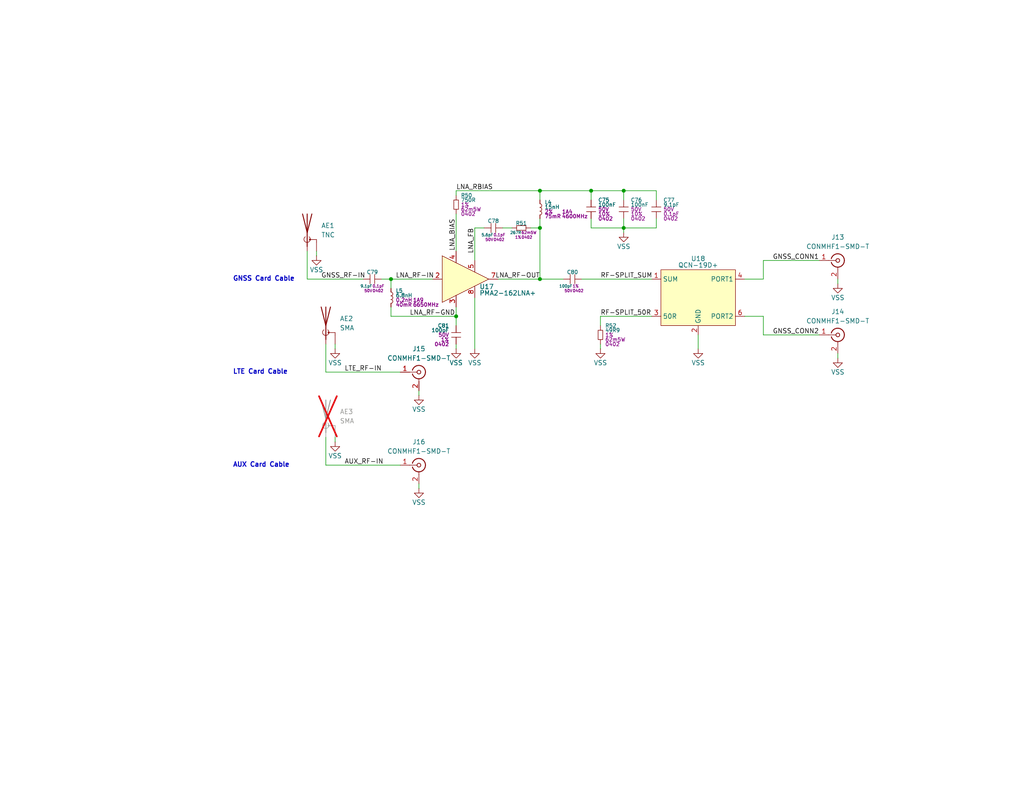
<source format=kicad_sch>
(kicad_sch (version 20250114) (generator "eeschema") (generator_version "9.0")
  (paper "USLetter")
  (title_block (title "RF Interface") (date "2025-03-15") (rev "1") (comment 2 "PROTOTYPE") (comment 3 "2025"))
  (lib_symbols
    (symbol "lib_pwr:VSS" (power) (pin_numbers (hide yes)) (pin_names (offset 0) (hide yes))
      (property "Value" "VSS" (at 0 -3.81 0))
      (symbol "VSS_0_1"
        (polyline (pts (xy 0 0) (xy 0 -1.27) (xy 1.27 -1.27) (xy 0 -2.54) (xy -1.27 -1.27) (xy 0 -1.27)))
      )
      (symbol "VSS_1_1"
        (pin power_in line (at 0 0 270) (length 0) (name "~") (number "1"))
      )
    )
    (symbol "lib_sch:Antenna_Shield" (pin_numbers (hide yes)) (pin_names (offset 1.016) (hide yes))
      (property "Reference" "J?" (at -1.905 4.445 0))
      (property "Value" "Antenna_Shield" (at -1.905 2.54 0))
      (symbol "Antenna_Shield_0_1"
        (arc (start 0 -2.667) (mid -0.8485 -2.1032) (end -0.508 -1.143))
        (polyline (pts (xy 0 5.08) (xy 0 -3.81)) (stroke (width 0.254)))
        (polyline (pts (xy 0 -2.54) (xy 0 0)))
        (arc (start 0.508 -1.143) (mid 0.8046 -2.0885) (end 0 -2.667))
        (polyline (pts (xy 0.762 -1.905) (xy 2.54 -1.905)))
        (circle (center 0.762 -1.905) (radius 0.1778) (fill (type outline)))
        (polyline (pts (xy 1.27 5.08) (xy 0 0) (xy -1.27 5.08)) (stroke (width 0.254)))
        (polyline (pts (xy 2.54 -2.54) (xy 2.54 -1.905)))
      )
      (symbol "Antenna_Shield_1_1"
        (pin input line (at 0 -5.08 90) (length 2.54) (name "A") (number "1"))
        (pin input line (at 2.54 -5.08 90) (length 2.54) (name "Shield") (number "2"))
      )
    )
    (symbol "lib_sch:C" (pin_numbers (hide yes)) (pin_names (hide yes))
      (property "Reference" "C?" (at 1.905 2.54 0))
      (property "Value" "CAP" (at 1.905 1.27 0))
      (property "Tolerance" "TOL" (at 1.905 -1.27 0))
      (property "Voltage Rating" "VOLTAGE" (at 1.905 0 0))
      (property "Package" "PKG" (at 1.905 -2.54 0))
      (symbol "C_0_1"
        (polyline (pts (xy -1.27 0.635) (xy 1.27 0.635)))
        (polyline (pts (xy -1.27 -0.635) (xy 1.27 -0.635)))
      )
      (symbol "C_1_1"
        (pin passive line (at 0 2.54 270) (length 1.905) (name "") (number "1"))
        (pin passive line (at 0 -2.54 90) (length 1.905) (name "") (number "2"))
      )
    )
    (symbol "lib_sch:C_horizontal"
      (property "Reference" "C?" (at 0 1.905 0))
      (property "Value" "CAP" (at 0 -1.905 0))
      (property "Tolerance" "TOL" (at 0 -1.905 0))
      (property "Voltage Rating" "VOLT" (at 0 -3.175 0))
      (property "Package" "PKG" (at 0 -3.175 0))
      (symbol "C_horizontal_0_1"
        (polyline (pts (xy -0.635 -1.27) (xy -0.635 1.27)))
        (polyline (pts (xy 0.635 -1.27) (xy 0.635 1.27)))
      )
      (symbol "C_horizontal_1_1"
        (pin passive line (at -2.54 0 0) (length 1.905) (name "") (number "1"))
        (pin passive line (at 2.54 0 180) (length 1.905) (name "") (number "2"))
      )
    )
    (symbol "lib_sch:Conn_Coaxial" (pin_names (offset 1.016) (hide yes))
      (property "Reference" "J" (at 0.254 3.048 0))
      (property "Value" "Conn_Coaxial" (at 2.921 0 90))
      (symbol "Conn_Coaxial_0_1"
        (polyline (pts (xy -2.54 0) (xy -0.508 0)))
        (arc (start 1.778 0) (mid 0.222 -1.8079) (end -1.778 -0.508) (stroke (width 0.254)))
        (arc (start -1.778 0.508) (mid 0.2221 1.8084) (end 1.778 0) (stroke (width 0.254)))
        (circle (center 0 0) (radius 0.508) (stroke (width 0.2032)))
        (polyline (pts (xy 0 -2.54) (xy 0 -1.778)))
      )
      (symbol "Conn_Coaxial_1_1"
        (pin passive line (at -5.08 0 0) (length 2.54) (name "In") (number "1"))
        (pin passive line (at 0 -5.08 90) (length 2.54) (name "Ext") (number "2"))
      )
    )
    (symbol "lib_sch:L" (pin_numbers (hide yes)) (pin_names (hide yes))
      (property "Reference" "L?" (at 1.27 1.905 0))
      (property "Value" "VAL" (at 1.27 0.635 0))
      (property "Tolerance" "TOL" (at 1.27 -0.635 0))
      (property "Current Rating" "TOL" (at 4.445 -0.635 0))
      (property "DC Resistance" "DCR" (at 1.27 -1.905 0))
      (property "Resonant Frequency" "FRES" (at 4.445 -1.905 0))
      (symbol "L_0_1"
        (arc (start 0 1.524) (mid 0.3592 1.3752) (end 0.508 1.016))
        (arc (start 0.508 1.016) (mid 0.3592 0.6568) (end 0 0.508))
        (arc (start 0 0.508) (mid 0.3592 0.3592) (end 0.508 0))
        (arc (start 0.508 0) (mid 0.3592 -0.3592) (end 0 -0.508))
        (arc (start 0 -0.508) (mid 0.3592 -0.6568) (end 0.508 -1.016))
        (arc (start 0.508 -1.016) (mid 0.3592 -1.3752) (end 0 -1.524))
      )
      (symbol "L_1_0"
        (pin passive line (at 0 2.54 270) (length 1.016) (name "") (number "1"))
        (pin passive line (at 0 -2.54 90) (length 1.016) (name "") (number "2"))
      )
    )
    (symbol "lib_sch:PMA2-162LNA+" (pin_names (hide yes))
      (property "Reference" "U" (at 3.81 -2.794 0))
      (property "Value" "PMA2-162LNA+" (at 3.81 -3.81 0))
      (symbol "PMA2-162LNA+_1_0"
        (pin input line (at -8.89 0 0) (length 2.54) (name "RF-IN") (number "2"))
        (pin input line (at -2.54 7.62 270) (length 3.175) (name "BIAS") (number "4"))
        (pin passive line (at -2.54 -7.62 90) (length 3.175) (name "RF-GND") (number "3"))
        (pin input line (at 2.54 5.08 270) (length 3.175) (name "FB") (number "5"))
        (pin passive line (at 2.54 -5.08 90) (length 3.175) (hide yes) (name "NC") (number "1"))
        (pin passive line (at 2.54 -5.08 90) (length 3.175) (hide yes) (name "NC") (number "6"))
        (pin passive line (at 2.54 -5.08 90) (length 3.175) (name "GND") (number "8"))
        (pin passive line (at 2.54 -5.08 90) (length 3.175) (hide yes) (name "GND") (number "9"))
        (pin output line (at 8.89 0 180) (length 2.54) (name "RF-OUT") (number "7"))
      )
      (symbol "PMA2-162LNA+_1_1"
        (polyline (pts (xy -6.35 6.35) (xy -6.35 -6.35) (xy 6.35 0) (xy -6.35 6.35)) (fill (type background)))
      )
    )
    (symbol "lib_sch:QCN-19D+"
      (property "Reference" "U" (at 0 10.668 0))
      (property "Value" "QCN-19D+" (at 0 8.89 0))
      (symbol "QCN-19D+_0_0"
        (pin passive line (at -12.7 5.08 0) (length 2.54) (name "SUM") (number "1"))
        (pin passive line (at -12.7 -5.08 0) (length 2.54) (name "50R") (number "3"))
        (pin passive line (at 12.7 5.08 180) (length 2.54) (name "PORT1") (number "4"))
        (pin passive line (at 12.7 -5.08 180) (length 2.54) (name "PORT2") (number "6"))
      )
      (symbol "QCN-19D+_1_0"
        (pin power_in line (at 0 -10.16 90) (length 2.54) (name "GND") (number "2"))
        (pin passive line (at 0 -10.16 90) (length 2.54) (hide yes) (name "GND") (number "5"))
      )
      (symbol "QCN-19D+_1_1"
        (rectangle (start -10.16 7.62) (end 10.16 -7.62) (fill (type background)))
      )
    )
    (symbol "lib_sch:R"
      (property "Reference" "R?" (at 1.27 2.54 0))
      (property "Value" "VAL" (at 1.27 1.27 0))
      (property "Tolerance" "TOL" (at 1.27 0 0))
      (property "Power Rating" "PWR" (at 1.27 -1.27 0))
      (property "Package" "PKG" (at 1.27 -2.54 0))
      (symbol "R_0_1"
        (polyline (pts (xy -0.635 1.27) (xy -0.635 -1.27) (xy 0.635 -1.27) (xy 0.635 1.27) (xy -0.635 1.27)))
      )
      (symbol "R_1_1"
        (pin passive line (at 0 2.54 270) (length 1.27) (name "") (number "1"))
        (pin passive line (at 0 -2.54 90) (length 1.27) (name "") (number "2"))
      )
    )
    (symbol "lib_sch:R_horizontal"
      (property "Reference" "R?" (at 0 1.27 0))
      (property "Value" "VAL" (at 0 -1.27 0))
      (property "Tolerance" "TOL" (at 0 -2.54 0))
      (property "Power Rating" "PWR" (at 0 -1.27 0))
      (property "Package" "PKG" (at 0 -2.54 0))
      (symbol "R_horizontal_0_1"
        (polyline (pts (xy -1.27 -0.635) (xy 1.27 -0.635) (xy 1.27 0.635) (xy -1.27 0.635) (xy -1.27 -0.635)))
      )
      (symbol "R_horizontal_1_1"
        (pin passive line (at -2.54 0 0) (length 1.27) (name "") (number "1"))
        (pin passive line (at 2.54 0 180) (length 1.27) (name "") (number "2"))
      )
    )
  )
  (text "GNSS Card Cable" (at 63.5 76.2 0) (effects (font (size 1.27 1.27) (thickness 0.254) (bold yes)) (justify left)))
  (text "LTE Card Cable" (at 63.5 101.6 0) (effects (font (size 1.27 1.27) (thickness 0.254) (bold yes)) (justify left)))
  (text "AUX Card Cable" (at 63.5 127 0) (effects (font (size 1.27 1.27) (thickness 0.254) (bold yes)) (justify left)))
  (junction (at 147.32 76.2))
  (junction (at 170.18 62.23))
  (junction (at 161.29 52.07))
  (junction (at 124.46 86.36))
  (junction (at 147.32 52.07))
  (junction (at 147.32 62.23))
  (junction (at 106.68 76.2))
  (junction (at 170.18 52.07))
  (wire (pts (xy 106.68 76.2) (xy 104.14 76.2)))
  (wire (pts (xy 203.2 76.2) (xy 208.28 76.2)))
  (wire (pts (xy 114.3 106.68) (xy 114.3 107.95)))
  (wire (pts (xy 88.9 127) (xy 109.22 127)))
  (wire (pts (xy 114.3 132.08) (xy 114.3 133.35)))
  (wire (pts (xy 163.83 86.36) (xy 177.8 86.36)))
  (wire (pts (xy 124.46 83.82) (xy 124.46 86.36)))
  (wire (pts (xy 147.32 52.07) (xy 124.46 52.07)))
  (wire (pts (xy 161.29 52.07) (xy 170.18 52.07)))
  (wire (pts (xy 129.54 62.23) (xy 129.54 71.12)))
  (wire (pts (xy 208.28 86.36) (xy 203.2 86.36)))
  (wire (pts (xy 106.68 76.2) (xy 118.11 76.2)))
  (wire (pts (xy 88.9 119.38) (xy 88.9 127)))
  (wire (pts (xy 170.18 59.69) (xy 170.18 62.23)))
  (wire (pts (xy 208.28 91.44) (xy 208.28 86.36)))
  (wire (pts (xy 99.06 76.2) (xy 83.82 76.2)))
  (wire (pts (xy 208.28 76.2) (xy 208.28 71.12)))
  (wire (pts (xy 88.9 101.6) (xy 109.22 101.6)))
  (wire (pts (xy 124.46 52.07) (xy 124.46 53.34)))
  (wire (pts (xy 170.18 52.07) (xy 170.18 54.61)))
  (wire (pts (xy 147.32 52.07) (xy 161.29 52.07)))
  (wire (pts (xy 161.29 52.07) (xy 161.29 54.61)))
  (wire (pts (xy 161.29 62.23) (xy 170.18 62.23)))
  (wire (pts (xy 147.32 62.23) (xy 144.78 62.23)))
  (wire (pts (xy 147.32 59.69) (xy 147.32 62.23)))
  (wire (pts (xy 147.32 62.23) (xy 147.32 76.2)))
  (wire (pts (xy 91.44 119.38) (xy 91.44 120.65)))
  (wire (pts (xy 124.46 86.36) (xy 124.46 88.9)))
  (wire (pts (xy 147.32 76.2) (xy 153.67 76.2)))
  (wire (pts (xy 170.18 52.07) (xy 179.07 52.07)))
  (wire (pts (xy 86.36 68.58) (xy 86.36 69.85)))
  (wire (pts (xy 179.07 62.23) (xy 170.18 62.23)))
  (wire (pts (xy 163.83 93.98) (xy 163.83 95.25)))
  (wire (pts (xy 124.46 93.98) (xy 124.46 95.25)))
  (wire (pts (xy 137.16 62.23) (xy 139.7 62.23)))
  (wire (pts (xy 147.32 76.2) (xy 135.89 76.2)))
  (wire (pts (xy 132.08 62.23) (xy 129.54 62.23)))
  (wire (pts (xy 179.07 54.61) (xy 179.07 52.07)))
  (wire (pts (xy 228.6 96.52) (xy 228.6 97.79)))
  (wire (pts (xy 208.28 71.12) (xy 223.52 71.12)))
  (wire (pts (xy 170.18 62.23) (xy 170.18 63.5)))
  (wire (pts (xy 129.54 81.28) (xy 129.54 95.25)))
  (wire (pts (xy 88.9 93.98) (xy 88.9 101.6)))
  (wire (pts (xy 147.32 52.07) (xy 147.32 54.61)))
  (wire (pts (xy 161.29 59.69) (xy 161.29 62.23)))
  (wire (pts (xy 179.07 59.69) (xy 179.07 62.23)))
  (wire (pts (xy 158.75 76.2) (xy 177.8 76.2)))
  (wire (pts (xy 106.68 78.74) (xy 106.68 76.2)))
  (wire (pts (xy 208.28 91.44) (xy 223.52 91.44)))
  (wire (pts (xy 124.46 58.42) (xy 124.46 68.58)))
  (wire (pts (xy 228.6 76.2) (xy 228.6 77.47)))
  (wire (pts (xy 163.83 88.9) (xy 163.83 86.36)))
  (wire (pts (xy 83.82 76.2) (xy 83.82 68.58)))
  (wire (pts (xy 106.68 83.82) (xy 106.68 86.36)))
  (wire (pts (xy 190.5 91.44) (xy 190.5 95.25)))
  (wire (pts (xy 91.44 93.98) (xy 91.44 95.25)))
  (wire (pts (xy 106.68 86.36) (xy 124.46 86.36)))
  (label "LNA_RF-IN" (at 107.95 76.2 0))
  (label "LNA_BIAS" (at 124.46 59.69 270))
  (label "LNA_RF-OUT" (at 147.32 76.2 180))
  (label "LNA_FB" (at 129.54 62.23 270))
  (label "GNSS_RF-IN" (at 87.63 76.2 0))
  (label "RF-SPLIT_SUM" (at 163.83 76.2 0))
  (label "LNA_RF-GND" (at 111.76 86.36 0))
  (label "GNSS_CONN2" (at 210.82 91.44 0))
  (label "LTE_RF-IN" (at 93.98 101.6 0))
  (label "LNA_RBIAS" (at 124.46 52.07 0))
  (label "AUX_RF-IN" (at 93.98 127 0))
  (label "RF-SPLIT_50R" (at 163.83 86.36 0))
  (label "GNSS_CONN1" (at 210.82 71.12 0))
  (symbol (lib_id "lib_pwr:VSS") (at 114.3 133.35 0) (unit 1)
    (property "Reference" "#PWR0184" (effects (hide yes)))
    (property "Value" "VSS" (at 114.3 137.16 0))
  )
  (symbol (lib_id "lib_sch:C_horizontal") (at 156.21 76.2 0) (unit 1)
    (property "Reference" "C80" (at 156.21 74.295 0) (effects (font (size 1.016 1.016))))
    (property "Value" "100pF" (at 156.21 78.105 0) (effects (font (size 0.762 0.762)) (justify right)))
    (property "Datasheet" "datasheets/Murata-Electronics-GCM1555C1H101FA16.pdf" (effects (hide yes)))
    (property "Description" "CAP CER 100PF 50V C0G/NP0 0402" (effects (hide yes)))
    (property "Manufacturer" "Murata Electronics" (effects (hide yes)))
    (property "MPN" "GCM1555C1H101FA16D" (effects (hide yes)))
    (property "DKPN" "490-14349-1-ND" (effects (hide yes)))
    (property "Tolerance" "1%" (at 156.21 78.105 0) (effects (font (size 0.762 0.762)) (justify left)))
    (property "Voltage Rating" "50V" (at 156.21 79.375 0) (effects (font (size 0.762 0.762)) (justify right)))
    (property "Package" "0402" (at 156.21 79.375 0) (effects (font (size 0.762 0.762)) (justify left)))
  )
  (symbol (lib_id "lib_sch:R_horizontal") (at 142.24 62.23 0) (unit 1)
    (property "Reference" "R51" (at 142.24 60.96 0) (effects (font (size 1.016 1.016))))
    (property "Value" "267R" (at 142.24 63.5 0) (effects (font (size 0.762 0.762)) (justify right)))
    (property "Datasheet" "datasheets/Vishay-Dale-DCRCWe3.pdf" (effects (hide yes)))
    (property "Description" "RES SMD 267 OHM 1% 1/16W 0402" (effects (hide yes)))
    (property "Manufacturer" "Vishay Dale" (effects (hide yes)))
    (property "MPN" "CRCW0402267RFKED" (effects (hide yes)))
    (property "DKPN" "541-267LCT-ND" (effects (hide yes)))
    (property "Tolerance" "1%" (at 142.24 64.77 0) (effects (font (size 0.762 0.762)) (justify right)))
    (property "Power Rating" "62m5W" (at 142.24 63.5 0) (effects (font (size 0.762 0.762)) (justify left)))
    (property "Package" "0402" (at 142.24 64.77 0) (effects (font (size 0.762 0.762)) (justify left)))
  )
  (symbol (lib_id "lib_pwr:VSS") (at 228.6 97.79 0) (unit 1)
    (property "Reference" "#PWR0181" (effects (hide yes)))
    (property "Value" "VSS" (at 228.6 101.6 0))
  )
  (symbol (lib_id "lib_pwr:VSS") (at 114.3 107.95 0) (unit 1)
    (property "Reference" "#PWR0182" (effects (hide yes)))
    (property "Value" "VSS" (at 114.3 111.76 0))
  )
  (symbol (lib_id "lib_sch:L") (at 106.68 81.28 0) (unit 1)
    (property "Reference" "L5" (at 107.95 79.375 0) (effects (font (size 1.016 1.016)) (justify left)))
    (property "Value" "6.8nH" (at 107.95 80.645 0) (effects (font (size 1.016 1.016)) (justify left)))
    (property "Footprint" "lib_passives:L_0603" (effects (hide yes)))
    (property "Datasheet" "datasheets/Murata-Electronics-JELF243A-9133.pdf" (effects (hide yes)))
    (property "Description" "FIXED IND 6.8NH 1.9A 0.04OHM SMD" (effects (hide yes)))
    (property "Manufacturer" "Murata Electronics" (effects (hide yes)))
    (property "MPN" "LQW18AN6N8C8ZD" (effects (hide yes)))
    (property "DKPN" "490-15732-1-ND" (effects (hide yes)))
    (property "Tolerance" "0.2nH" (at 107.95 81.915 0) (effects (font (size 1.016 1.016)) (justify left)))
    (property "Current Rating" "1A9" (at 112.649 81.915 0) (effects (font (size 1.016 1.016)) (justify left)))
    (property "DC Resistance" "40mR" (at 107.95 83.185 0) (effects (font (size 1.016 1.016)) (justify left)))
    (property "Resonant Frequency" "6650MHz" (at 112.649 83.185 0) (effects (font (size 1.016 1.016)) (justify left)))
  )
  (symbol (lib_id "lib_sch:Antenna_Shield") (at 88.9 88.9 0) (unit 1)
    (property "Reference" "AE2" (at 92.71 86.9949 0) (effects (justify left)))
    (property "Value" "SMA" (at 92.71 89.5349 0) (effects (justify left)))
    (property "Footprint" "lib_connectors:RFPC-SMA14-FN" (effects (hide yes)))
    (property "Datasheet" "datasheets/GCT-RFPC-SMA14-FN.pdf" (effects (hide yes)))
    (property "Description" "SMA PCB MOUNT RIGHT ANGLE BULKHEAD" (effects (hide yes)))
    (property "Manufacturer" "GCT (Gradconn)" (effects (hide yes)))
    (property "MPN" "RFPC-SMA14-FN-A" (effects (hide yes)))
    (property "DKPN" "2072-RFPC-SMA14-FN-A-ND" (effects (hide yes)))
  )
  (symbol (lib_id "lib_sch:Antenna_Shield") (at 88.9 114.3 0) (unit 1) (dnp yes)
    (property "Reference" "AE3" (at 92.71 112.3949 0) (effects (justify left)))
    (property "Value" "SMA" (at 92.71 114.9349 0) (effects (justify left)))
    (property "Footprint" "lib_connectors:RFPC-SMA14-FN" (effects (hide yes)))
    (property "Datasheet" "datasheets/GCT-RFPC-SMA14-FN.pdf" (effects (hide yes)))
    (property "Description" "SMA PCB MOUNT RIGHT ANGLE BULKHEAD" (effects (hide yes)))
    (property "Manufacturer" "GCT (Gradconn)" (effects (hide yes)))
    (property "MPN" "RFPC-SMA14-FN-A" (effects (hide yes)))
    (property "DKPN" "2072-RFPC-SMA14-FN-A-ND" (effects (hide yes)))
  )
  (symbol (lib_id "lib_pwr:VSS") (at 91.44 120.65 0) (unit 1)
    (property "Reference" "#PWR0183" (effects (hide yes)))
    (property "Value" "VSS" (at 91.44 124.46 0))
  )
  (symbol (lib_id "lib_sch:Antenna_Shield") (at 83.82 63.5 0) (unit 1)
    (property "Reference" "AE1" (at 87.63 61.5949 0) (effects (justify left)))
    (property "Value" "TNC" (at 87.63 64.1349 0) (effects (justify left)))
    (property "Footprint" "lib_connectors:RFPC-TNC01-FN" (effects (hide yes)))
    (property "Datasheet" "datasheets/GCT-RFPC-TNC01-FN.pdf" (effects (hide yes)))
    (property "Description" "TNC PCB MOUNT RIGHT ANGLE BULKHEAD" (effects (hide yes)))
    (property "Manufacturer" "GCT (Gradconn)" (effects (hide yes)))
    (property "MPN" "RFPC-TNC01-FN-A" (effects (hide yes)))
    (property "DKPN" "2072-RFPC-TNC01-FN-A-ND" (effects (hide yes)))
  )
  (symbol (lib_id "lib_sch:Conn_Coaxial") (at 114.3 127 0) (unit 1)
    (property "Reference" "J16" (at 114.3 120.65 0))
    (property "Value" "CONMHF1-SMD-T" (at 114.3 123.19 0))
    (property "Footprint" "lib_connectors:CONMHF1" (effects (hide yes)))
    (property "Datasheet" "datasheets/TE-Connectivity-Linx-CONMHF1-SMD.pdf" (effects (hide yes)))
    (property "Description" "coaxial connector (BNC, SMA, SMB, SMC, Cinch/RCA, LEMO, ...)" (effects (hide yes)))
    (property "Manufacturer" "TE Connectivity Linx" (effects (hide yes)))
    (property "MPN" "CONMHF1-SMD-T" (effects (hide yes)))
    (property "DKPN" "343-CONMHF1-SMD-TCT-ND" (effects (hide yes)))
  )
  (symbol (lib_id "lib_sch:Conn_Coaxial") (at 228.6 71.12 0) (unit 1)
    (property "Reference" "J13" (at 228.6 64.77 0))
    (property "Value" "CONMHF1-SMD-T" (at 228.6 67.31 0))
    (property "Footprint" "lib_connectors:CONMHF1" (effects (hide yes)))
    (property "Datasheet" "datasheets/TE-Connectivity-Linx-CONMHF1-SMD.pdf" (effects (hide yes)))
    (property "Description" "coaxial connector (BNC, SMA, SMB, SMC, Cinch/RCA, LEMO, ...)" (effects (hide yes)))
    (property "Manufacturer" "TE Connectivity Linx" (effects (hide yes)))
    (property "MPN" "CONMHF1-SMD-T" (effects (hide yes)))
    (property "DKPN" "343-CONMHF1-SMD-TCT-ND" (effects (hide yes)))
  )
  (symbol (lib_id "lib_pwr:VSS") (at 91.44 95.25 0) (unit 1)
    (property "Reference" "#PWR0176" (effects (hide yes)))
    (property "Value" "VSS" (at 91.44 99.06 0))
  )
  (symbol (lib_id "lib_sch:R") (at 124.46 55.88 0) (unit 1)
    (property "Reference" "R50" (at 125.73 53.34 0) (effects (font (size 1.016 1.016)) (justify left)))
    (property "Value" "750R" (at 125.73 54.61 0) (effects (font (size 1.016 1.016)) (justify left)))
    (property "Datasheet" "datasheets/Vishay-Dale-DCRCWe3.pdf" (effects (hide yes)))
    (property "Description" "RES SMD 750 OHM 1% 1/16W 0402" (effects (hide yes)))
    (property "Manufacturer" "Vishay Dale" (effects (hide yes)))
    (property "MPN" "CRCW0402750RFKED" (effects (hide yes)))
    (property "DKPN" "541-750LCT-ND" (effects (hide yes)))
    (property "Tolerance" "1%" (at 125.73 55.88 0) (effects (font (size 1.016 1.016)) (justify left)))
    (property "Power Rating" "62m5W" (at 125.73 57.15 0) (effects (font (size 1.016 1.016)) (justify left)))
    (property "Package" "0402" (at 125.73 58.42 0) (effects (font (size 1.016 1.016)) (justify left)))
  )
  (symbol (lib_id "lib_pwr:VSS") (at 86.36 69.85 0) (unit 1)
    (property "Reference" "#PWR0174" (effects (hide yes)))
    (property "Value" "VSS" (at 86.36 73.66 0))
  )
  (symbol (lib_id "lib_sch:C") (at 161.29 57.15 0) (unit 1)
    (property "Reference" "C75" (at 163.195 54.61 0) (effects (font (size 1.016 1.016)) (justify left)))
    (property "Value" "100nF" (at 163.195 55.88 0) (effects (font (size 1.016 1.016)) (justify left)))
    (property "Datasheet" "datasheets/Murata-Electronics-GRT155R71H104KE01.pdf" (effects (hide yes)))
    (property "Description" "CAP CER 0.1UF 50V X7R 0402" (effects (hide yes)))
    (property "Manufacturer" "Murata Electronics" (effects (hide yes)))
    (property "MPN" "GRT155R71H104KE01D" (effects (hide yes)))
    (property "DKPN" "490-GRT155R71H104KE01DCT-ND" (effects (hide yes)))
    (property "Tolerance" "10%" (at 163.195 58.42 0) (effects (font (size 1.016 1.016)) (justify left)))
    (property "Voltage Rating" "50V" (at 163.195 57.15 0) (effects (font (size 1.016 1.016)) (justify left)))
    (property "Package" "0402" (at 163.195 59.69 0) (effects (font (size 1.016 1.016)) (justify left)))
  )
  (symbol (lib_id "lib_sch:Conn_Coaxial") (at 228.6 91.44 0) (unit 1)
    (property "Reference" "J14" (at 228.6 85.09 0))
    (property "Value" "CONMHF1-SMD-T" (at 228.6 87.63 0))
    (property "Footprint" "lib_connectors:CONMHF1" (effects (hide yes)))
    (property "Datasheet" "datasheets/TE-Connectivity-Linx-CONMHF1-SMD.pdf" (effects (hide yes)))
    (property "Description" "coaxial connector (BNC, SMA, SMB, SMC, Cinch/RCA, LEMO, ...)" (effects (hide yes)))
    (property "Manufacturer" "TE Connectivity Linx" (effects (hide yes)))
    (property "MPN" "CONMHF1-SMD-T" (effects (hide yes)))
    (property "DKPN" "343-CONMHF1-SMD-TCT-ND" (effects (hide yes)))
  )
  (symbol (lib_id "lib_sch:L") (at 147.32 57.15 0) (unit 1)
    (property "Reference" "L4" (at 148.59 55.245 0) (effects (font (size 1.016 1.016)) (justify left)))
    (property "Value" "15nH" (at 148.59 56.515 0) (effects (font (size 1.016 1.016)) (justify left)))
    (property "Footprint" "lib_passives:L_0603" (effects (hide yes)))
    (property "Datasheet" "datasheets/Murata-Electronics-JELF243A-9133.pdf" (effects (hide yes)))
    (property "Description" "FIXED IND 15NH 1.4A 0.075OHM SMD" (effects (hide yes)))
    (property "Manufacturer" "Murata Electronics" (effects (hide yes)))
    (property "MPN" "LQW18AN15NG8ZD" (effects (hide yes)))
    (property "DKPN" "490-15648-1-ND" (effects (hide yes)))
    (property "Tolerance" "2%" (at 148.59 57.785 0) (effects (font (size 1.016 1.016)) (justify left)))
    (property "Current Rating" "1A4" (at 153.289 57.785 0) (effects (font (size 1.016 1.016)) (justify left)))
    (property "DC Resistance" "75mR" (at 148.59 59.055 0) (effects (font (size 1.016 1.016)) (justify left)))
    (property "Resonant Frequency" "4600MHz" (at 153.289 59.055 0) (effects (font (size 1.016 1.016)) (justify left)))
  )
  (symbol (lib_id "lib_pwr:VSS") (at 163.83 95.25 0) (unit 1)
    (property "Reference" "#PWR0179" (effects (hide yes)))
    (property "Value" "VSS" (at 163.83 99.06 0))
  )
  (symbol (lib_id "lib_sch:R") (at 163.83 91.44 0) (unit 1)
    (property "Reference" "R52" (at 165.1 88.9 0) (effects (font (size 1.016 1.016)) (justify left)))
    (property "Value" "49R9" (at 165.1 90.17 0) (effects (font (size 1.016 1.016)) (justify left)))
    (property "Datasheet" "datasheets/Vishay-Dale-DCRCWe3.pdf" (effects (hide yes)))
    (property "Description" "RES SMD 49.9 OHM 1% 1/16W 0402" (effects (hide yes)))
    (property "Manufacturer" "Vishay Dale" (effects (hide yes)))
    (property "MPN" "CRCW040249R9FKED" (effects (hide yes)))
    (property "DKPN" "541-49.9LCT-ND" (effects (hide yes)))
    (property "Tolerance" "1%" (at 165.1 91.44 0) (effects (font (size 1.016 1.016)) (justify left)))
    (property "Power Rating" "62m5W" (at 165.1 92.71 0) (effects (font (size 1.016 1.016)) (justify left)))
    (property "Package" "0402" (at 165.1 93.98 0) (effects (font (size 1.016 1.016)) (justify left)))
  )
  (symbol (lib_id "lib_pwr:VSS") (at 228.6 77.47 0) (unit 1)
    (property "Reference" "#PWR0175" (effects (hide yes)))
    (property "Value" "VSS" (at 228.6 81.28 0))
  )
  (symbol (lib_id "lib_pwr:VSS") (at 170.18 63.5 0) (unit 1)
    (property "Reference" "#PWR0173" (effects (hide yes)))
    (property "Value" "VSS" (at 170.18 67.31 0))
  )
  (symbol (lib_id "lib_sch:C") (at 170.18 57.15 0) (unit 1)
    (property "Reference" "C76" (at 172.085 54.61 0) (effects (font (size 1.016 1.016)) (justify left)))
    (property "Value" "100nF" (at 172.085 55.88 0) (effects (font (size 1.016 1.016)) (justify left)))
    (property "Datasheet" "datasheets/Murata-Electronics-GRT155R71H104KE01.pdf" (effects (hide yes)))
    (property "Description" "CAP CER 0.1UF 50V X7R 0402" (effects (hide yes)))
    (property "Manufacturer" "Murata Electronics" (effects (hide yes)))
    (property "MPN" "GRT155R71H104KE01D" (effects (hide yes)))
    (property "DKPN" "490-GRT155R71H104KE01DCT-ND" (effects (hide yes)))
    (property "Tolerance" "10%" (at 172.085 58.42 0) (effects (font (size 1.016 1.016)) (justify left)))
    (property "Voltage Rating" "50V" (at 172.085 57.15 0) (effects (font (size 1.016 1.016)) (justify left)))
    (property "Package" "0402" (at 172.085 59.69 0) (effects (font (size 1.016 1.016)) (justify left)))
  )
  (symbol (lib_id "lib_sch:C_horizontal") (at 134.62 62.23 0) (unit 1)
    (property "Reference" "C78" (at 134.62 60.325 0) (effects (font (size 1.016 1.016))))
    (property "Value" "5.6pF" (at 134.62 64.135 0) (effects (font (size 0.762 0.762)) (justify right)))
    (property "Datasheet" "datasheets/Murata-Electronics-GCM1555C1H5R6BA16.pdf" (effects (hide yes)))
    (property "Description" "CAP CER 5.6PF 50V C0G/NP0 0402" (effects (hide yes)))
    (property "Manufacturer" "Murata Electronics" (effects (hide yes)))
    (property "MPN" "GCM1555C1H5R6BA16D" (effects (hide yes)))
    (property "DKPN" "490-14424-1-ND" (effects (hide yes)))
    (property "Tolerance" "0.1pF" (at 134.62 64.135 0) (effects (font (size 0.762 0.762)) (justify left)))
    (property "Voltage Rating" "50V" (at 134.62 65.405 0) (effects (font (size 0.762 0.762)) (justify right)))
    (property "Package" "0402" (at 134.62 65.405 0) (effects (font (size 0.762 0.762)) (justify left)))
  )
  (symbol (lib_id "lib_pwr:VSS") (at 124.46 95.25 0) (unit 1)
    (property "Reference" "#PWR0177" (effects (hide yes)))
    (property "Value" "VSS" (at 124.46 99.06 0))
  )
  (symbol (lib_id "lib_pwr:VSS") (at 190.5 95.25 0) (unit 1)
    (property "Reference" "#PWR0180" (effects (hide yes)))
    (property "Value" "VSS" (at 190.5 99.06 0))
  )
  (symbol (lib_id "lib_sch:PMA2-162LNA+") (at 127 76.2 0) (unit 1)
    (property "Reference" "U17" (at 130.81 78.994 0) (effects (justify left bottom)))
    (property "Value" "PMA2-162LNA+" (at 130.81 80.01 0) (effects (justify left)))
    (property "Footprint" "lib_ICs:TFDFN200X200X100-8" (effects (hide yes)))
    (property "Datasheet" "datasheets/Mini-Circuits-PMA2-162LNA+.pdf" (effects (hide yes)))
    (property "Description" "SMT LNA, 700 MHZ - 1.6 GHZ, 50" (effects (hide yes)))
    (property "Manufacturer" "Mini-Circuits" (effects (hide yes)))
    (property "MPN" "PMA2-162LNA+" (effects (hide yes)))
    (property "DKPN" "3157-PMA2-162LNA+CT-ND" (effects (hide yes)))
  )
  (symbol (lib_id "lib_sch:Conn_Coaxial") (at 114.3 101.6 0) (unit 1)
    (property "Reference" "J15" (at 114.3 95.25 0))
    (property "Value" "CONMHF1-SMD-T" (at 114.3 97.79 0))
    (property "Footprint" "lib_connectors:CONMHF1" (effects (hide yes)))
    (property "Datasheet" "datasheets/TE-Connectivity-Linx-CONMHF1-SMD.pdf" (effects (hide yes)))
    (property "Description" "coaxial connector (BNC, SMA, SMB, SMC, Cinch/RCA, LEMO, ...)" (effects (hide yes)))
    (property "Manufacturer" "TE Connectivity Linx" (effects (hide yes)))
    (property "MPN" "CONMHF1-SMD-T" (effects (hide yes)))
    (property "DKPN" "343-CONMHF1-SMD-TCT-ND" (effects (hide yes)))
  )
  (symbol (lib_id "lib_sch:C_horizontal") (at 101.6 76.2 0) (unit 1)
    (property "Reference" "C79" (at 101.6 74.295 0) (effects (font (size 1.016 1.016))))
    (property "Value" "9.1pF" (at 101.6 78.105 0) (effects (font (size 0.762 0.762)) (justify right)))
    (property "Datasheet" "datasheets/Murata-Electronics-GCM1555C1H9R1BA16.pdf" (effects (hide yes)))
    (property "Description" "CAP CER 9.1PF 50V C0G/NP0 0402" (effects (hide yes)))
    (property "Manufacturer" "Murata Electronics" (effects (hide yes)))
    (property "MPN" "GCM1555C1H9R1BA16D" (effects (hide yes)))
    (property "DKPN" "490-GCM1555C1H9R1BA16DCT-ND" (effects (hide yes)))
    (property "Tolerance" "0.1pF" (at 101.6 78.105 0) (effects (font (size 0.762 0.762)) (justify left)))
    (property "Voltage Rating" "50V" (at 101.6 79.375 0) (effects (font (size 0.762 0.762)) (justify right)))
    (property "Package" "0402" (at 101.6 79.375 0) (effects (font (size 0.762 0.762)) (justify left)))
  )
  (symbol (lib_id "lib_sch:QCN-19D+") (at 190.5 81.28 0) (unit 1)
    (property "Reference" "U18" (at 190.5 70.612 0))
    (property "Value" "QCN-19D+" (at 190.5 72.39 0))
    (property "Footprint" "lib_ICs:SON99P320X160X89-6" (effects (hide yes)))
    (property "Datasheet" "datasheets/Mini-Circuits-QCN-19D+.pdf" (effects (hide yes)))
    (property "Description" "RF PWR DVDR 1.1GHZ-1.925GHZ 6SMD" (effects (hide yes)))
    (property "Manufacturer" "Mini-Circuits" (effects (hide yes)))
    (property "MPN" "QCN-19D+" (effects (hide yes)))
    (property "DKPN" "3157-QCN-19D+CT-ND" (effects (hide yes)))
  )
  (symbol (lib_id "lib_pwr:VSS") (at 129.54 95.25 0) (unit 1)
    (property "Reference" "#PWR0178" (effects (hide yes)))
    (property "Value" "VSS" (at 129.54 99.06 0))
  )
  (symbol (lib_id "lib_sch:C") (at 179.07 57.15 0) (unit 1)
    (property "Reference" "C77" (at 180.975 54.61 0) (effects (font (size 1.016 1.016)) (justify left)))
    (property "Value" "9.1pF" (at 180.975 55.88 0) (effects (font (size 1.016 1.016)) (justify left)))
    (property "Datasheet" "datasheets/Murata-Electronics-GCM1555C1H9R1BA16.pdf" (effects (hide yes)))
    (property "Description" "CAP CER 9.1PF 50V C0G/NP0 0402" (effects (hide yes)))
    (property "Manufacturer" "Murata Electronics" (effects (hide yes)))
    (property "MPN" "GCM1555C1H9R1BA16D" (effects (hide yes)))
    (property "DKPN" "490-GCM1555C1H9R1BA16DCT-ND" (effects (hide yes)))
    (property "Tolerance" "0.1pF" (at 180.975 58.42 0) (effects (font (size 1.016 1.016)) (justify left)))
    (property "Voltage Rating" "50V" (at 180.975 57.15 0) (effects (font (size 1.016 1.016)) (justify left)))
    (property "Package" "0402" (at 180.975 59.69 0) (effects (font (size 1.016 1.016)) (justify left)))
  )
  (symbol (lib_id "lib_sch:C") (at 124.46 91.44 0) (mirror y) (unit 1)
    (property "Reference" "C81" (at 122.555 88.9 0) (effects (font (size 1.016 1.016)) (justify left)))
    (property "Value" "100pF" (at 122.555 90.17 0) (effects (font (size 1.016 1.016)) (justify left)))
    (property "Datasheet" "datasheets/Murata-Electronics-GCM1555C1H101FA16.pdf" (effects (hide yes)))
    (property "Description" "CAP CER 100PF 50V C0G/NP0 0402" (effects (hide yes)))
    (property "Manufacturer" "Murata Electronics" (effects (hide yes)))
    (property "MPN" "GCM1555C1H101FA16D" (effects (hide yes)))
    (property "DKPN" "490-14349-1-ND" (effects (hide yes)))
    (property "Tolerance" "1%" (at 122.555 92.71 0) (effects (font (size 1.016 1.016)) (justify left)))
    (property "Voltage Rating" "50V" (at 122.555 91.44 0) (effects (font (size 1.016 1.016)) (justify left)))
    (property "Package" "0402" (at 122.555 93.98 0) (effects (font (size 1.016 1.016)) (justify left)))
  )
)
</source>
